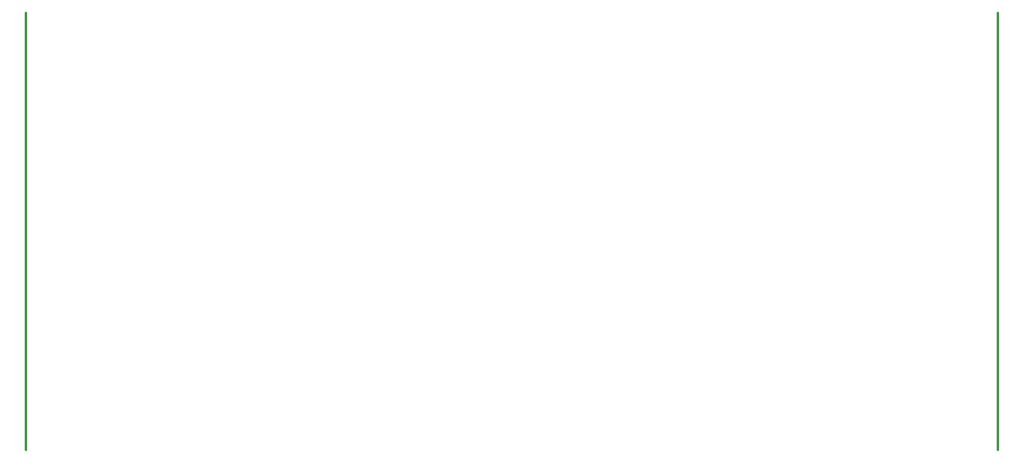
<source format=gko>
G04 Layer_Color=16711935*
%FSLAX25Y25*%
%MOIN*%
G70*
G01*
G75*
%ADD39C,0.01000*%
D39*
X196850Y-88583D02*
Y88583D01*
X-196850Y-88583D02*
Y88583D01*
M02*

</source>
